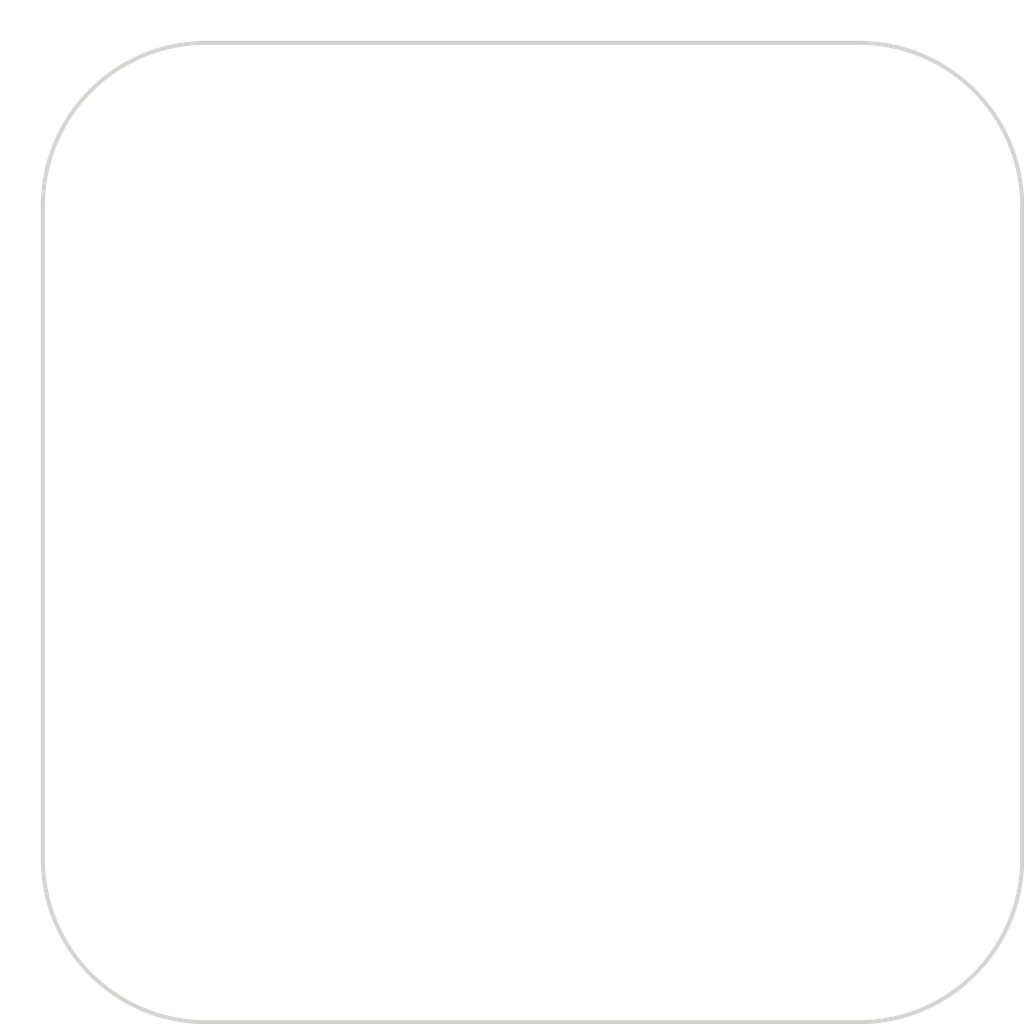
<source format=kicad_pcb>
(kicad_pcb
	(version 20240108)
	(generator "pcbnew")
	(generator_version "8.0")
	(general
		(thickness 1.5962)
		(legacy_teardrops no)
	)
	(paper "A5")
	(title_block
		(title "SET!!!")
		(date "SET!!!")
		(rev "VERV")
		(company "SET!!!")
		(comment 2 "SET!!!")
		(comment 3 "SET!!!")
	)
	(layers
		(0 "F.Cu" signal)
		(1 "In1.Cu" power)
		(2 "In2.Cu" power)
		(31 "B.Cu" signal)
		(32 "B.Adhes" user "B.Adhesive")
		(33 "F.Adhes" user "F.Adhesive")
		(34 "B.Paste" user)
		(35 "F.Paste" user)
		(36 "B.SilkS" user "B.Silkscreen")
		(37 "F.SilkS" user "F.Silkscreen")
		(38 "B.Mask" user)
		(39 "F.Mask" user)
		(40 "Dwgs.User" user "User.Drawings")
		(41 "Cmts.User" user "User.Comments")
		(42 "Eco1.User" user "User.Eco1")
		(43 "Eco2.User" user "User.Eco2")
		(44 "Edge.Cuts" user)
		(45 "Margin" user)
		(46 "B.CrtYd" user "B.Courtyard")
		(47 "F.CrtYd" user "F.Courtyard")
		(48 "B.Fab" user)
		(49 "F.Fab" user)
	)
	(setup
		(stackup
			(layer "F.SilkS"
				(type "Top Silk Screen")
			)
			(layer "F.Paste"
				(type "Top Solder Paste")
			)
			(layer "F.Mask"
				(type "Top Solder Mask")
				(thickness 0.005)
			)
			(layer "F.Cu"
				(type "copper")
				(thickness 0.035)
			)
			(layer "dielectric 1"
				(type "prepreg")
				(thickness 0.2030 locked)
				(material "7628")
				(epsilon_r 4.4)
				(loss_tangent 0.002)
			)
			(layer "In1.Cu"
				(type "copper")
				(thickness 0.03)
			)
			(layer "dielectric 2"
				(type "core")
				(color "FR4 natural")
				(thickness 1.03 locked)
				(material "FR4")
				(epsilon_r 4.6)
				(loss_tangent 0.02)
			)
			(layer "In2.Cu"
				(type "copper")
				(thickness 0.03)
			)
			(layer "dielectric 3"
				(type "prepreg")
				(thickness 0.2030 locked)
				(material "7628")
				(epsilon_r 4.4)
				(loss_tangent 0.002)
			)
			(layer "B.Cu"
				(type "copper")
				(thickness 0.035)
			)
			(layer "B.Mask"
				(type "Bottom Solder Mask")
				(thickness 0.005)
			)
			(layer "B.Paste"
				(type "Bottom Solder Paste")
			)
			(layer "B.SilkS"
				(type "Bottom Silk Screen")
			)
			(copper_finish "HAL SnPb")
			(dielectric_constraints yes)
		)
		(pad_to_mask_clearance 0)
		(allow_soldermask_bridges_in_footprints no)
		(aux_axis_origin 30 30)
		(grid_origin 30 30)
		(pcbplotparams
			(layerselection 0x00010fc_ffffffff)
			(plot_on_all_layers_selection 0x0000000_00000000)
			(disableapertmacros no)
			(usegerberextensions no)
			(usegerberattributes yes)
			(usegerberadvancedattributes yes)
			(creategerberjobfile yes)
			(dashed_line_dash_ratio 12.000000)
			(dashed_line_gap_ratio 3.000000)
			(svgprecision 4)
			(plotframeref no)
			(viasonmask no)
			(mode 1)
			(useauxorigin no)
			(hpglpennumber 1)
			(hpglpenspeed 20)
			(hpglpendiameter 15.000000)
			(pdf_front_fp_property_popups yes)
			(pdf_back_fp_property_popups yes)
			(dxfpolygonmode yes)
			(dxfimperialunits yes)
			(dxfusepcbnewfont yes)
			(psnegative no)
			(psa4output no)
			(plotreference yes)
			(plotvalue yes)
			(plotfptext yes)
			(plotinvisibletext no)
			(sketchpadsonfab no)
			(subtractmaskfromsilk no)
			(outputformat 1)
			(mirror no)
			(drillshape 1)
			(scaleselection 1)
			(outputdirectory "")
		)
	)
	(net 0 "")
	(gr_line
		(start 30 31)
		(end 30 29)
		(stroke
			(width 0.1)
			(type default)
		)
		(layer "Dwgs.User")
		(uuid "2d234295-a4e9-4746-9124-b08f024a2e2e")
	)
	(gr_line
		(start 31 30)
		(end 29 30)
		(stroke
			(width 0.1)
			(type default)
		)
		(layer "Dwgs.User")
		(uuid "5243a095-e707-45ff-a146-a83980720831")
	)
	(gr_arc
		(start 34.000001 54.000001)
		(mid 31.171573 52.828428)
		(end 30 50)
		(stroke
			(width 0.1)
			(type default)
		)
		(layer "Edge.Cuts")
		(uuid "04c544f8-5a87-4ea0-bd0b-3832c92c5517")
	)
	(gr_arc
		(start 50 30)
		(mid 52.828428 31.171573)
		(end 54.000001 34.000001)
		(stroke
			(width 0.1)
			(type default)
		)
		(layer "Edge.Cuts")
		(uuid "0be71042-e82b-4d86-9bbf-f82b14f326a6")
	)
	(gr_line
		(start 34 30)
		(end 50 30)
		(stroke
			(width 0.1)
			(type default)
		)
		(layer "Edge.Cuts")
		(uuid "32420774-041b-427a-ba95-49513e863289")
	)
	(gr_arc
		(start 54 50)
		(mid 52.828427 52.828428)
		(end 49.999999 54.000001)
		(stroke
			(width 0.1)
			(type default)
		)
		(layer "Edge.Cuts")
		(uuid "53e199d3-5d60-4b04-a29f-1c6faef5a720")
	)
	(gr_line
		(start 54 49.999999)
		(end 54 34)
		(stroke
			(width 0.1)
			(type default)
		)
		(layer "Edge.Cuts")
		(uuid "616d7049-d10c-4ffb-8686-537f67a2c506")
	)
	(gr_line
		(start 49.999999 54.000001)
		(end 33.999999 54.000001)
		(stroke
			(width 0.1)
			(type default)
		)
		(layer "Edge.Cuts")
		(uuid "6c5ab8f6-ea0c-48ad-aad5-a8ae200bef9c")
	)
	(gr_arc
		(start 29.999999 34.000001)
		(mid 31.171572 31.171573)
		(end 34 30)
		(stroke
			(width 0.1)
			(type default)
		)
		(layer "Edge.Cuts")
		(uuid "926c1e92-b704-4125-beee-5a873cfc4da8")
	)
	(gr_line
		(start 29.999999 34.000001)
		(end 29.999999 50)
		(stroke
			(width 0.1)
			(type default)
		)
		(layer "Edge.Cuts")
		(uuid "b63d02d3-6342-4c27-ac2e-268e2ac8f3ad")
	)
)

</source>
